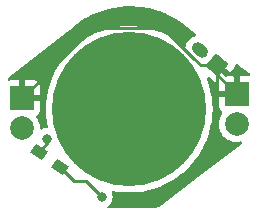
<source format=gbr>
%TF.GenerationSoftware,KiCad,Pcbnew,7.0.8*%
%TF.CreationDate,2023-11-03T07:12:53-06:00*%
%TF.ProjectId,Pinecil_LEDring,50696e65-6369-46c5-9f4c-454472696e67,rev?*%
%TF.SameCoordinates,Original*%
%TF.FileFunction,Copper,L1,Top*%
%TF.FilePolarity,Positive*%
%FSLAX46Y46*%
G04 Gerber Fmt 4.6, Leading zero omitted, Abs format (unit mm)*
G04 Created by KiCad (PCBNEW 7.0.8) date 2023-11-03 07:12:53*
%MOMM*%
%LPD*%
G01*
G04 APERTURE LIST*
G04 Aperture macros list*
%AMHorizOval*
0 Thick line with rounded ends*
0 $1 width*
0 $2 $3 position (X,Y) of the first rounded end (center of the circle)*
0 $4 $5 position (X,Y) of the second rounded end (center of the circle)*
0 Add line between two ends*
20,1,$1,$2,$3,$4,$5,0*
0 Add two circle primitives to create the rounded ends*
1,1,$1,$2,$3*
1,1,$1,$4,$5*%
%AMRotRect*
0 Rectangle, with rotation*
0 The origin of the aperture is its center*
0 $1 length*
0 $2 width*
0 $3 Rotation angle, in degrees counterclockwise*
0 Add horizontal line*
21,1,$1,$2,0,0,$3*%
G04 Aperture macros list end*
%TA.AperFunction,ComponentPad*%
%ADD10R,2.000000X2.000000*%
%TD*%
%TA.AperFunction,ComponentPad*%
%ADD11C,2.000000*%
%TD*%
%TA.AperFunction,ComponentPad*%
%ADD12C,13.060000*%
%TD*%
%TA.AperFunction,SMDPad,CuDef*%
%ADD13RotRect,1.200000X0.900000X326.000000*%
%TD*%
%TA.AperFunction,ComponentPad*%
%ADD14RotRect,1.400000X1.400000X230.000000*%
%TD*%
%TA.AperFunction,ComponentPad*%
%ADD15HorizOval,1.000000X-0.191511X0.160697X0.191511X-0.160697X0*%
%TD*%
%TA.AperFunction,ViaPad*%
%ADD16C,0.800000*%
%TD*%
%TA.AperFunction,Conductor*%
%ADD17C,0.250000*%
%TD*%
G04 APERTURE END LIST*
D10*
%TO.P,D1,1,K*%
%TO.N,GND*%
X155058300Y-95758000D03*
D11*
%TO.P,D1,2,A*%
%TO.N,Net-(D1-Pad2)*%
X155058300Y-98298000D03*
%TD*%
D12*
%TO.P,Pinecil LED Ring,Hole*%
%TO.N,N/C*%
X145975168Y-97042345D03*
%TD*%
D10*
%TO.P,D2,1,K*%
%TO.N,GND*%
X136897600Y-96113600D03*
D11*
%TO.P,D2,2,A*%
%TO.N,Net-(D2-Pad2)*%
X136897600Y-98653600D03*
%TD*%
D13*
%TO.P,R3,1*%
%TO.N,+5V*%
X138298059Y-100664888D03*
%TO.P,R3,2*%
%TO.N,Net-(D4-Pad2)*%
X140121941Y-101895112D03*
%TD*%
D14*
%TO.P,REF\u002A\u002A,1*%
%TO.N,GND*%
X153402716Y-93331603D03*
D15*
%TO.P,REF\u002A\u002A,2*%
%TO.N,+5V*%
X151953467Y-92016067D03*
%TD*%
D16*
%TO.N,GND*%
X148400000Y-104260000D03*
X137050000Y-94150000D03*
X155000000Y-94000000D03*
%TO.N,+5V*%
X139040000Y-99540000D03*
%TO.N,Net-(D4-Pad2)*%
X143650000Y-104450000D03*
%TD*%
D17*
%TO.N,GND*%
X155000000Y-94000000D02*
X155200000Y-94000000D01*
X152030707Y-93331603D02*
X152030707Y-93330707D01*
X151368483Y-92668483D02*
X151311905Y-92621008D01*
X153402716Y-93331603D02*
X153402716Y-95697284D01*
X153402716Y-94102416D02*
X155058300Y-95758000D01*
X153402716Y-93331603D02*
X153402716Y-94102416D01*
X152030707Y-93330707D02*
X151368483Y-92668483D01*
X151048123Y-92357226D02*
X151311905Y-92621008D01*
X148841449Y-90142345D02*
X142868855Y-90142345D01*
X153402716Y-93331603D02*
X152030707Y-93331603D01*
X155200000Y-94000000D02*
X155150000Y-93950000D01*
X142868855Y-90142345D02*
X136897600Y-96113600D01*
X148842345Y-90142345D02*
X151047250Y-92347250D01*
X151047250Y-92347250D02*
X151048123Y-92357226D01*
%TO.N,+5V*%
X139040000Y-99922947D02*
X138298059Y-100664888D01*
X139040000Y-99540000D02*
X139040000Y-99922947D01*
%TO.N,Net-(D4-Pad2)*%
X143650000Y-104450000D02*
X142300000Y-103100000D01*
X141326829Y-103100000D02*
X140121941Y-101895112D01*
X142300000Y-103100000D02*
X141326829Y-103100000D01*
%TD*%
%TA.AperFunction,Conductor*%
%TO.N,GND*%
G36*
X152704234Y-94330827D02*
G01*
X152738794Y-94351438D01*
X153199672Y-94738161D01*
X153199683Y-94738169D01*
X153250214Y-94772077D01*
X153250215Y-94772078D01*
X153387872Y-94820948D01*
X153387870Y-94820948D01*
X153431291Y-94823361D01*
X153498197Y-94847112D01*
X153541641Y-94903265D01*
X153550300Y-94949167D01*
X153550300Y-95504000D01*
X154626732Y-95504000D01*
X154598457Y-95547997D01*
X154557920Y-95686056D01*
X154557920Y-95829944D01*
X154598457Y-95968003D01*
X154626732Y-96012000D01*
X153550300Y-96012000D01*
X153550300Y-96806597D01*
X153556805Y-96867093D01*
X153607855Y-97003964D01*
X153607855Y-97003965D01*
X153695395Y-97120904D01*
X153819552Y-97213847D01*
X153817839Y-97216135D01*
X153857721Y-97255999D01*
X153872828Y-97325369D01*
X153848032Y-97391895D01*
X153842962Y-97398235D01*
X153834125Y-97408582D01*
X153710059Y-97611038D01*
X153619194Y-97830407D01*
X153563765Y-98061289D01*
X153545135Y-98298000D01*
X153563765Y-98534710D01*
X153619194Y-98765592D01*
X153677341Y-98905971D01*
X153710060Y-98984963D01*
X153817011Y-99159491D01*
X153834125Y-99187417D01*
X153834126Y-99187419D01*
X153988330Y-99367969D01*
X154154487Y-99509880D01*
X154168884Y-99522176D01*
X154371337Y-99646240D01*
X154590706Y-99737105D01*
X154821589Y-99792535D01*
X155058300Y-99811165D01*
X155295011Y-99792535D01*
X155392703Y-99769081D01*
X155463609Y-99772628D01*
X155521343Y-99813948D01*
X155547573Y-99879922D01*
X155533971Y-99949603D01*
X155498476Y-99991824D01*
X152142035Y-102549112D01*
X149159455Y-104821554D01*
X148771477Y-105117156D01*
X148766093Y-105120834D01*
X148748264Y-105131706D01*
X148542209Y-105251596D01*
X148536424Y-105254574D01*
X148456489Y-105290626D01*
X148452882Y-105292120D01*
X148284059Y-105356004D01*
X148280368Y-105357271D01*
X148196648Y-105383151D01*
X148190341Y-105384750D01*
X147956082Y-105431395D01*
X147943740Y-105433589D01*
X147921685Y-105435534D01*
X144226949Y-105435534D01*
X144158828Y-105415532D01*
X144112335Y-105361876D01*
X144102231Y-105291602D01*
X144131725Y-105227022D01*
X144152888Y-105207598D01*
X144261253Y-105128866D01*
X144268485Y-105120834D01*
X144389034Y-104986951D01*
X144389035Y-104986949D01*
X144389040Y-104986944D01*
X144484527Y-104821556D01*
X144543542Y-104639928D01*
X144563504Y-104450000D01*
X144543542Y-104260072D01*
X144496672Y-104115825D01*
X144494645Y-104044859D01*
X144531307Y-103984061D01*
X144595019Y-103952736D01*
X144639940Y-103953088D01*
X144645051Y-103954055D01*
X144650452Y-103955078D01*
X144651013Y-103955208D01*
X144651036Y-103955212D01*
X144651043Y-103955214D01*
X144651050Y-103955215D01*
X144651055Y-103955216D01*
X144651718Y-103955318D01*
X144696442Y-103963780D01*
X144925400Y-104007101D01*
X144925406Y-104007101D01*
X144925408Y-104007102D01*
X145176746Y-104035421D01*
X145177619Y-104035554D01*
X145177659Y-104035559D01*
X145178602Y-104035630D01*
X145448809Y-104066075D01*
X145707742Y-104075763D01*
X145708813Y-104075845D01*
X145708819Y-104075845D01*
X145709919Y-104075845D01*
X145975168Y-104085770D01*
X146501527Y-104066075D01*
X147024928Y-104007102D01*
X147024929Y-104007101D01*
X147024936Y-104007101D01*
X147542478Y-103909177D01*
X147542479Y-103909176D01*
X147542488Y-103909175D01*
X148051254Y-103772850D01*
X148221778Y-103713181D01*
X148548420Y-103598884D01*
X148789808Y-103493568D01*
X149031199Y-103388251D01*
X149338993Y-103225575D01*
X149496880Y-103142130D01*
X149496883Y-103142128D01*
X149496887Y-103142126D01*
X149496888Y-103142125D01*
X149942870Y-102861897D01*
X150366677Y-102549112D01*
X150487584Y-102445062D01*
X150765914Y-102205541D01*
X151138364Y-101833091D01*
X151481939Y-101433849D01*
X151794719Y-101010048D01*
X151855667Y-100913051D01*
X152074948Y-100564066D01*
X152074949Y-100564065D01*
X152074954Y-100564057D01*
X152224775Y-100280581D01*
X152321077Y-100098370D01*
X152478694Y-99737105D01*
X152531707Y-99615597D01*
X152705673Y-99118431D01*
X152738011Y-98997744D01*
X152841998Y-98609665D01*
X152922158Y-98186007D01*
X152939924Y-98092113D01*
X152976872Y-97764191D01*
X152998898Y-97568704D01*
X153018593Y-97042345D01*
X152998898Y-96515986D01*
X152939925Y-95992585D01*
X152939924Y-95992583D01*
X152939924Y-95992577D01*
X152842000Y-95475035D01*
X152841999Y-95475033D01*
X152841998Y-95475025D01*
X152705673Y-94966259D01*
X152538874Y-94489575D01*
X152535254Y-94418671D01*
X152570543Y-94357066D01*
X152633537Y-94324319D01*
X152704234Y-94330827D01*
G37*
%TD.AperFunction*%
%TA.AperFunction,Conductor*%
G36*
X146380299Y-88326524D02*
G01*
X146643424Y-88343336D01*
X146923397Y-88370156D01*
X147184569Y-88406218D01*
X147460642Y-88452349D01*
X147463348Y-88452865D01*
X147719819Y-88507693D01*
X147991864Y-88573010D01*
X147994768Y-88573782D01*
X148246414Y-88647238D01*
X148513151Y-88731418D01*
X148516215Y-88732474D01*
X148586258Y-88758631D01*
X148761560Y-88824099D01*
X149021785Y-88926759D01*
X149024936Y-88928103D01*
X149262676Y-89037372D01*
X149443587Y-89123833D01*
X149515142Y-89158031D01*
X149518414Y-89159714D01*
X149587703Y-89197947D01*
X149747062Y-89285880D01*
X149990730Y-89424069D01*
X149994024Y-89426074D01*
X150212173Y-89568258D01*
X150228494Y-89579090D01*
X150446034Y-89723476D01*
X150449375Y-89725852D01*
X150655222Y-89882672D01*
X150878780Y-90054757D01*
X150882103Y-90057501D01*
X151069522Y-90223353D01*
X151280652Y-90410814D01*
X151283891Y-90414019D01*
X151286273Y-90416023D01*
X151302177Y-90431178D01*
X151309127Y-90433037D01*
X151318677Y-90439468D01*
X151595873Y-90645130D01*
X151638662Y-90701782D01*
X151644030Y-90772575D01*
X151610272Y-90835032D01*
X151548106Y-90869324D01*
X151544029Y-90870158D01*
X151478390Y-90882472D01*
X151478383Y-90882474D01*
X151294030Y-90956491D01*
X151278058Y-90966913D01*
X151127659Y-91065050D01*
X150985665Y-91203978D01*
X150985658Y-91203986D01*
X150873499Y-91367943D01*
X150873497Y-91367947D01*
X150795476Y-91550642D01*
X150776330Y-91641698D01*
X150742739Y-91704245D01*
X150680664Y-91738702D01*
X150609815Y-91734129D01*
X150570839Y-91711274D01*
X150384181Y-91550642D01*
X150366672Y-91535574D01*
X149942871Y-91222794D01*
X149942870Y-91222793D01*
X149496889Y-90942565D01*
X149496888Y-90942564D01*
X149496884Y-90942561D01*
X149496881Y-90942560D01*
X149175254Y-90772575D01*
X149031193Y-90696436D01*
X148665614Y-90536937D01*
X148548420Y-90485806D01*
X148341176Y-90413288D01*
X148051258Y-90311841D01*
X148051257Y-90311841D01*
X148051254Y-90311840D01*
X147821057Y-90250158D01*
X147820953Y-90250095D01*
X147820660Y-90250052D01*
X147819952Y-90249862D01*
X147818322Y-90249419D01*
X147818312Y-90249416D01*
X147818122Y-90249372D01*
X147741377Y-90228808D01*
X147542488Y-90175515D01*
X147542487Y-90175515D01*
X147542481Y-90175514D01*
X147542478Y-90175513D01*
X147299914Y-90129617D01*
X147299344Y-90129486D01*
X147299321Y-90129482D01*
X147299293Y-90129476D01*
X147298637Y-90129375D01*
X147161916Y-90103506D01*
X147024941Y-90077589D01*
X146905215Y-90064099D01*
X146773560Y-90049265D01*
X146772689Y-90049133D01*
X146772686Y-90049132D01*
X146772668Y-90049130D01*
X146771737Y-90049060D01*
X146501527Y-90018615D01*
X146242598Y-90008926D01*
X146241526Y-90008845D01*
X146241517Y-90008845D01*
X146240417Y-90008845D01*
X145975168Y-89998920D01*
X145448809Y-90018615D01*
X144925408Y-90077588D01*
X144925406Y-90077588D01*
X144925400Y-90077589D01*
X144407858Y-90175513D01*
X144407856Y-90175513D01*
X144407848Y-90175515D01*
X143899444Y-90311743D01*
X143899082Y-90311840D01*
X143401916Y-90485806D01*
X143284722Y-90536937D01*
X142919143Y-90696436D01*
X142775082Y-90772575D01*
X142453455Y-90942560D01*
X142453451Y-90942561D01*
X142453448Y-90942564D01*
X142453447Y-90942565D01*
X142007466Y-91222793D01*
X142007465Y-91222794D01*
X141718505Y-91436057D01*
X141583659Y-91535578D01*
X141462752Y-91639627D01*
X141184422Y-91879149D01*
X140811972Y-92251599D01*
X140614132Y-92481494D01*
X140468401Y-92650836D01*
X140155616Y-93074643D01*
X139875388Y-93520625D01*
X139875387Y-93520626D01*
X139629262Y-93986314D01*
X139599594Y-94054314D01*
X139437326Y-94426240D01*
X139418628Y-94469096D01*
X139244663Y-94966259D01*
X139108338Y-95475025D01*
X139108336Y-95475033D01*
X139108336Y-95475035D01*
X139010412Y-95992577D01*
X139010411Y-95992583D01*
X139010411Y-95992585D01*
X138951438Y-96515986D01*
X138931743Y-97042345D01*
X138951438Y-97568704D01*
X139010411Y-98092105D01*
X139010412Y-98092113D01*
X139028178Y-98186007D01*
X139084197Y-98482075D01*
X139077208Y-98552727D01*
X139033132Y-98608384D01*
X138965961Y-98631377D01*
X138960394Y-98631500D01*
X138944513Y-98631500D01*
X138757709Y-98671206D01*
X138586720Y-98747335D01*
X138516353Y-98756769D01*
X138452056Y-98726662D01*
X138414243Y-98666573D01*
X138409861Y-98642124D01*
X138392135Y-98416889D01*
X138336705Y-98186006D01*
X138245840Y-97966637D01*
X138121776Y-97764184D01*
X138112939Y-97753837D01*
X138083909Y-97689049D01*
X138094515Y-97618849D01*
X138137082Y-97570428D01*
X138136348Y-97569447D01*
X138141018Y-97565950D01*
X138141391Y-97565527D01*
X138142294Y-97564995D01*
X138260504Y-97476504D01*
X138348044Y-97359565D01*
X138348044Y-97359564D01*
X138399094Y-97222693D01*
X138405599Y-97162197D01*
X138405600Y-97162185D01*
X138405600Y-96367600D01*
X137329168Y-96367600D01*
X137357443Y-96323603D01*
X137397980Y-96185544D01*
X137397980Y-96041656D01*
X137357443Y-95903597D01*
X137329168Y-95859600D01*
X138405600Y-95859600D01*
X138405600Y-95065014D01*
X138405599Y-95065002D01*
X138399094Y-95004506D01*
X138348044Y-94867635D01*
X138348044Y-94867634D01*
X138260504Y-94750695D01*
X138143565Y-94663155D01*
X138006693Y-94612105D01*
X137946197Y-94605600D01*
X137151600Y-94605600D01*
X137151600Y-95679506D01*
X137040023Y-95628551D01*
X136933392Y-95613220D01*
X136861808Y-95613220D01*
X136755177Y-95628551D01*
X136643600Y-95679506D01*
X136643600Y-94605600D01*
X135848999Y-94605600D01*
X135806789Y-94610139D01*
X135736920Y-94597533D01*
X135684958Y-94549155D01*
X135667400Y-94480364D01*
X135689821Y-94413001D01*
X135715960Y-94385405D01*
X140657666Y-90541856D01*
X140670147Y-90536937D01*
X140689186Y-90518013D01*
X140691524Y-90515991D01*
X140694893Y-90512526D01*
X140913185Y-90311083D01*
X141086532Y-90151652D01*
X141089727Y-90148909D01*
X141313681Y-89969573D01*
X141512795Y-89811756D01*
X141516041Y-89809351D01*
X141749174Y-89648089D01*
X141962303Y-89503277D01*
X141965550Y-89501216D01*
X142208135Y-89357420D01*
X142432739Y-89227805D01*
X142435926Y-89226087D01*
X142687242Y-89099999D01*
X142921690Y-88986748D01*
X142924749Y-88985372D01*
X143183898Y-88877345D01*
X143426597Y-88781363D01*
X143429562Y-88780278D01*
X143695379Y-88690745D01*
X143944935Y-88612673D01*
X143947782Y-88611859D01*
X144218986Y-88541215D01*
X144238047Y-88536755D01*
X144473970Y-88481566D01*
X144476646Y-88481003D01*
X144752106Y-88429523D01*
X145012246Y-88388504D01*
X145291851Y-88356294D01*
X145554469Y-88334448D01*
X145835538Y-88321897D01*
X146099129Y-88319370D01*
X146380299Y-88326524D01*
G37*
%TD.AperFunction*%
%TA.AperFunction,Conductor*%
G36*
X155093611Y-93240225D02*
G01*
X155537615Y-93569648D01*
X155976877Y-93895552D01*
X155986713Y-93908575D01*
X156000607Y-93915129D01*
X156005718Y-93917550D01*
X156010277Y-93919941D01*
X156029171Y-93930858D01*
X156167207Y-94014412D01*
X156181842Y-94024762D01*
X156184034Y-94026559D01*
X156224034Y-94085215D01*
X156225972Y-94156185D01*
X156189233Y-94216937D01*
X156125481Y-94248182D01*
X156104152Y-94250000D01*
X155312300Y-94250000D01*
X155312300Y-95323906D01*
X155200723Y-95272951D01*
X155094092Y-95257620D01*
X155022508Y-95257620D01*
X154915877Y-95272951D01*
X154804300Y-95323906D01*
X154804300Y-94250000D01*
X154261237Y-94250000D01*
X154235921Y-94261805D01*
X154234859Y-94259528D01*
X154217321Y-94271190D01*
X154146333Y-94272299D01*
X154098949Y-94247385D01*
X153476314Y-93724932D01*
X153527864Y-93716768D01*
X153640761Y-93659244D01*
X153730357Y-93569648D01*
X153787881Y-93456751D01*
X153806548Y-93338884D01*
X154491364Y-93913513D01*
X154491366Y-93913513D01*
X154809265Y-93534657D01*
X154809282Y-93534635D01*
X154843190Y-93484104D01*
X154843191Y-93484103D01*
X154892061Y-93346447D01*
X154892729Y-93334426D01*
X154916479Y-93267520D01*
X154972632Y-93224075D01*
X155043358Y-93217885D01*
X155093611Y-93240225D01*
G37*
%TD.AperFunction*%
%TD*%
M02*

</source>
